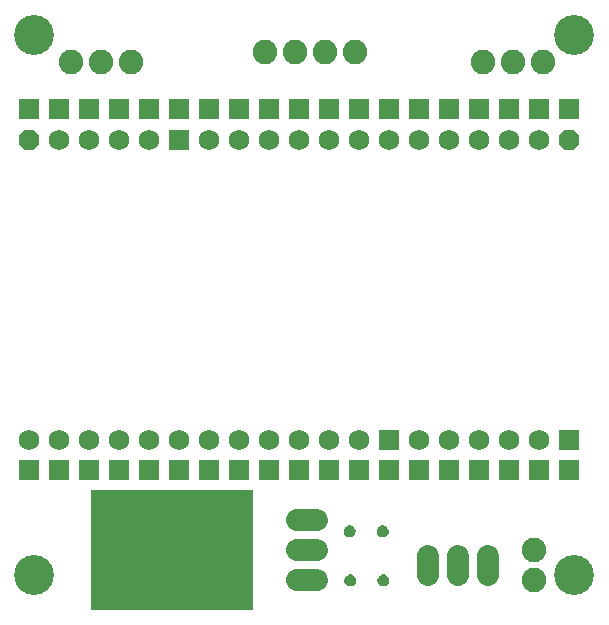
<source format=gbr>
G04 EAGLE Gerber RS-274X export*
G75*
%MOMM*%
%FSLAX34Y34*%
%LPD*%
%INSoldermask Top*%
%IPPOS*%
%AMOC8*
5,1,8,0,0,1.08239X$1,22.5*%
G01*
%ADD10R,13.716000X10.160000*%
%ADD11C,3.378200*%
%ADD12C,2.082800*%
%ADD13C,1.879600*%
%ADD14C,1.853200*%
%ADD15P,1.869504X8X292.500000*%
%ADD16C,1.727200*%
%ADD17R,1.727200X1.727200*%

G36*
X320260Y57207D02*
X320260Y57207D01*
X320335Y57204D01*
X321311Y57306D01*
X321359Y57320D01*
X321449Y57336D01*
X322378Y57652D01*
X322422Y57677D01*
X322507Y57713D01*
X323342Y58227D01*
X323379Y58261D01*
X323454Y58315D01*
X324154Y59003D01*
X324183Y59044D01*
X324243Y59113D01*
X324772Y59940D01*
X324791Y59986D01*
X324835Y60067D01*
X325167Y60990D01*
X325175Y61040D01*
X325200Y61129D01*
X325318Y62103D01*
X325315Y62153D01*
X325319Y62239D01*
X325224Y63241D01*
X325210Y63290D01*
X325194Y63380D01*
X324878Y64336D01*
X324854Y64381D01*
X324819Y64465D01*
X324297Y65326D01*
X324264Y65364D01*
X324211Y65439D01*
X323511Y66163D01*
X323470Y66192D01*
X323401Y66253D01*
X322558Y66803D01*
X322512Y66823D01*
X322431Y66867D01*
X321487Y67215D01*
X321437Y67224D01*
X321349Y67249D01*
X320351Y67379D01*
X320308Y67377D01*
X320182Y67378D01*
X319171Y67239D01*
X319123Y67223D01*
X319033Y67204D01*
X318078Y66842D01*
X318035Y66816D01*
X317951Y66778D01*
X317101Y66213D01*
X317064Y66178D01*
X316992Y66121D01*
X316288Y65382D01*
X316260Y65339D01*
X316202Y65268D01*
X315681Y64390D01*
X315663Y64343D01*
X315622Y64261D01*
X315309Y63289D01*
X315302Y63239D01*
X315281Y63150D01*
X315192Y62132D01*
X315197Y62082D01*
X315196Y61991D01*
X315327Y61027D01*
X315343Y60979D01*
X315362Y60890D01*
X315704Y59979D01*
X315730Y59936D01*
X315769Y59853D01*
X316306Y59041D01*
X316341Y59005D01*
X316397Y58932D01*
X317101Y58260D01*
X317143Y58233D01*
X317214Y58174D01*
X318050Y57676D01*
X318097Y57658D01*
X318179Y57618D01*
X319105Y57318D01*
X319155Y57311D01*
X319244Y57289D01*
X320213Y57203D01*
X320260Y57207D01*
G37*
G36*
X292269Y57207D02*
X292269Y57207D01*
X292344Y57204D01*
X293320Y57306D01*
X293368Y57320D01*
X293458Y57336D01*
X294387Y57652D01*
X294431Y57677D01*
X294516Y57713D01*
X295351Y58227D01*
X295388Y58261D01*
X295463Y58315D01*
X296163Y59003D01*
X296192Y59044D01*
X296252Y59113D01*
X296781Y59940D01*
X296800Y59986D01*
X296844Y60067D01*
X297176Y60990D01*
X297184Y61040D01*
X297209Y61129D01*
X297327Y62103D01*
X297324Y62153D01*
X297328Y62239D01*
X297233Y63241D01*
X297219Y63290D01*
X297203Y63380D01*
X296887Y64336D01*
X296863Y64381D01*
X296828Y64465D01*
X296306Y65326D01*
X296273Y65364D01*
X296220Y65439D01*
X295520Y66163D01*
X295479Y66192D01*
X295410Y66253D01*
X294567Y66803D01*
X294521Y66823D01*
X294440Y66867D01*
X293496Y67215D01*
X293446Y67224D01*
X293358Y67249D01*
X292360Y67379D01*
X292317Y67377D01*
X292191Y67378D01*
X291180Y67239D01*
X291132Y67223D01*
X291042Y67204D01*
X290087Y66842D01*
X290044Y66816D01*
X289960Y66778D01*
X289110Y66213D01*
X289073Y66178D01*
X289001Y66121D01*
X288297Y65382D01*
X288269Y65339D01*
X288211Y65268D01*
X287690Y64390D01*
X287672Y64343D01*
X287631Y64261D01*
X287318Y63289D01*
X287311Y63239D01*
X287290Y63150D01*
X287201Y62132D01*
X287206Y62082D01*
X287205Y61991D01*
X287336Y61027D01*
X287352Y60979D01*
X287371Y60890D01*
X287713Y59979D01*
X287739Y59936D01*
X287778Y59853D01*
X288315Y59041D01*
X288350Y59005D01*
X288406Y58932D01*
X289110Y58260D01*
X289152Y58233D01*
X289223Y58174D01*
X290059Y57676D01*
X290106Y57658D01*
X290188Y57618D01*
X291114Y57318D01*
X291164Y57311D01*
X291253Y57289D01*
X292222Y57203D01*
X292269Y57207D01*
G37*
G36*
X320768Y15551D02*
X320768Y15551D01*
X320843Y15548D01*
X321819Y15650D01*
X321867Y15664D01*
X321957Y15680D01*
X322886Y15996D01*
X322930Y16021D01*
X323015Y16057D01*
X323850Y16571D01*
X323887Y16605D01*
X323962Y16659D01*
X324662Y17347D01*
X324691Y17388D01*
X324751Y17457D01*
X325280Y18284D01*
X325299Y18330D01*
X325343Y18411D01*
X325675Y19334D01*
X325683Y19384D01*
X325708Y19473D01*
X325826Y20447D01*
X325823Y20497D01*
X325827Y20583D01*
X325732Y21585D01*
X325718Y21634D01*
X325702Y21724D01*
X325386Y22680D01*
X325362Y22725D01*
X325327Y22809D01*
X324805Y23670D01*
X324772Y23708D01*
X324719Y23783D01*
X324019Y24507D01*
X323978Y24536D01*
X323909Y24597D01*
X323066Y25147D01*
X323020Y25167D01*
X322939Y25211D01*
X321995Y25559D01*
X321945Y25568D01*
X321857Y25593D01*
X320859Y25723D01*
X320816Y25721D01*
X320690Y25722D01*
X319679Y25583D01*
X319631Y25567D01*
X319541Y25548D01*
X318586Y25186D01*
X318543Y25160D01*
X318459Y25122D01*
X317609Y24557D01*
X317572Y24522D01*
X317500Y24465D01*
X316796Y23726D01*
X316768Y23683D01*
X316710Y23612D01*
X316189Y22734D01*
X316171Y22687D01*
X316130Y22605D01*
X315817Y21633D01*
X315810Y21583D01*
X315789Y21494D01*
X315700Y20476D01*
X315705Y20426D01*
X315704Y20335D01*
X315835Y19371D01*
X315851Y19323D01*
X315870Y19234D01*
X316212Y18323D01*
X316238Y18280D01*
X316277Y18197D01*
X316814Y17385D01*
X316849Y17349D01*
X316905Y17276D01*
X317609Y16604D01*
X317651Y16577D01*
X317722Y16518D01*
X318558Y16020D01*
X318605Y16002D01*
X318687Y15962D01*
X319613Y15662D01*
X319663Y15655D01*
X319752Y15633D01*
X320721Y15547D01*
X320768Y15551D01*
G37*
G36*
X292777Y15551D02*
X292777Y15551D01*
X292852Y15548D01*
X293828Y15650D01*
X293876Y15664D01*
X293966Y15680D01*
X294895Y15996D01*
X294939Y16021D01*
X295024Y16057D01*
X295859Y16571D01*
X295896Y16605D01*
X295971Y16659D01*
X296671Y17347D01*
X296700Y17388D01*
X296760Y17457D01*
X297289Y18284D01*
X297308Y18330D01*
X297352Y18411D01*
X297684Y19334D01*
X297692Y19384D01*
X297717Y19473D01*
X297835Y20447D01*
X297832Y20497D01*
X297836Y20583D01*
X297741Y21585D01*
X297727Y21634D01*
X297711Y21724D01*
X297395Y22680D01*
X297371Y22725D01*
X297336Y22809D01*
X296814Y23670D01*
X296781Y23708D01*
X296728Y23783D01*
X296028Y24507D01*
X295987Y24536D01*
X295918Y24597D01*
X295075Y25147D01*
X295029Y25167D01*
X294948Y25211D01*
X294004Y25559D01*
X293954Y25568D01*
X293866Y25593D01*
X292868Y25723D01*
X292825Y25721D01*
X292699Y25722D01*
X291688Y25583D01*
X291640Y25567D01*
X291550Y25548D01*
X290595Y25186D01*
X290552Y25160D01*
X290468Y25122D01*
X289618Y24557D01*
X289581Y24522D01*
X289509Y24465D01*
X288805Y23726D01*
X288777Y23683D01*
X288719Y23612D01*
X288198Y22734D01*
X288180Y22687D01*
X288139Y22605D01*
X287826Y21633D01*
X287819Y21583D01*
X287798Y21494D01*
X287709Y20476D01*
X287714Y20426D01*
X287713Y20335D01*
X287844Y19371D01*
X287860Y19323D01*
X287879Y19234D01*
X288221Y18323D01*
X288247Y18280D01*
X288286Y18197D01*
X288823Y17385D01*
X288858Y17349D01*
X288914Y17276D01*
X289618Y16604D01*
X289660Y16577D01*
X289731Y16518D01*
X290567Y16020D01*
X290614Y16002D01*
X290696Y15962D01*
X291622Y15662D01*
X291672Y15655D01*
X291761Y15633D01*
X292730Y15547D01*
X292777Y15551D01*
G37*
D10*
X141986Y46228D03*
D11*
X25400Y482600D03*
X25400Y25400D03*
X482600Y25400D03*
X482600Y482600D03*
D12*
X220218Y468376D03*
X245618Y468376D03*
X271018Y468376D03*
X296418Y468376D03*
X106934Y459486D03*
X81534Y459486D03*
X56134Y459486D03*
X404876Y459740D03*
X430276Y459740D03*
X455676Y459740D03*
D13*
X264668Y20828D02*
X247904Y20828D01*
X247904Y46228D02*
X264668Y46228D01*
X264668Y71628D02*
X247904Y71628D01*
D12*
X448056Y46482D03*
X448056Y21082D03*
D14*
X409702Y24770D02*
X409702Y41270D01*
X384302Y41270D02*
X384302Y24770D01*
X358902Y24770D02*
X358902Y41270D01*
D15*
X21082Y393192D03*
D16*
X46482Y393192D03*
X71882Y393192D03*
X97282Y393192D03*
X122682Y393192D03*
D17*
X148082Y393192D03*
D16*
X173482Y393192D03*
X198882Y393192D03*
X224282Y393192D03*
X249682Y393192D03*
X275082Y393192D03*
X300482Y393192D03*
X325882Y393192D03*
X351282Y393192D03*
X376682Y393192D03*
X402082Y393192D03*
X427482Y393192D03*
X452882Y393192D03*
D15*
X478282Y393192D03*
D16*
X21082Y139192D03*
X46482Y139192D03*
X71882Y139192D03*
X97282Y139192D03*
X122682Y139192D03*
X148082Y139192D03*
X173482Y139192D03*
X198882Y139192D03*
X224282Y139192D03*
X249682Y139192D03*
X275082Y139192D03*
X300482Y139192D03*
D17*
X325882Y139192D03*
D16*
X351282Y139192D03*
X376682Y139192D03*
X402082Y139192D03*
X427482Y139192D03*
X452882Y139192D03*
D17*
X478282Y139192D03*
X478028Y114300D03*
X452628Y114300D03*
X427228Y114300D03*
X401828Y114300D03*
X376428Y114300D03*
X351028Y114300D03*
X325628Y114300D03*
X300228Y114300D03*
X274828Y114300D03*
X249428Y114300D03*
X224028Y114300D03*
X198628Y114300D03*
X173228Y114300D03*
X147828Y114300D03*
X122428Y114300D03*
X97028Y114300D03*
X71628Y114300D03*
X46228Y114300D03*
X20828Y114300D03*
X21082Y419354D03*
X46482Y419354D03*
X71882Y419354D03*
X97282Y419354D03*
X122682Y419354D03*
X148082Y419354D03*
X173482Y419354D03*
X198882Y419354D03*
X224282Y419354D03*
X249682Y419354D03*
X275082Y419354D03*
X300482Y419354D03*
X325882Y419354D03*
X351282Y419354D03*
X376682Y419354D03*
X402082Y419354D03*
X427482Y419354D03*
X452882Y419354D03*
X478282Y419354D03*
M02*

</source>
